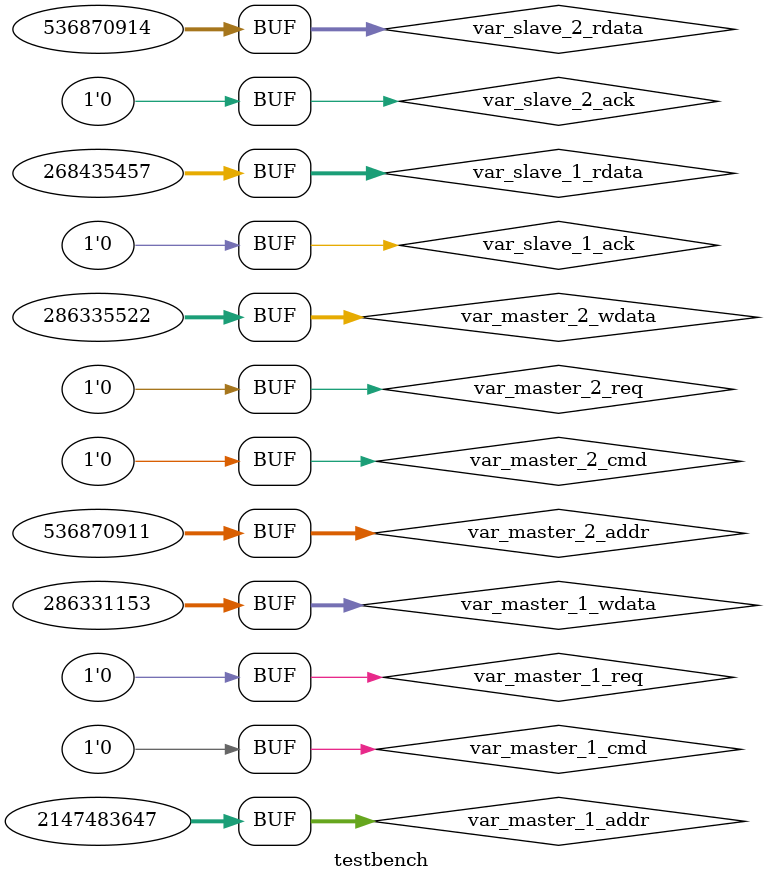
<source format=v>
module testbench;

  reg var_master_1_req;
  reg var_master_2_req;
  reg var_slave_1_ack;
  reg var_slave_2_ack;
  reg[31:0] var_master_1_addr;
  reg[31:0] var_master_2_addr;
  reg[31:0] var_master_1_wdata;
  reg[31:0] var_master_2_wdata;
  reg[31:0] var_slave_1_rdata;
  reg[31:0] var_slave_2_rdata;
  reg var_master_1_cmd;
  reg var_master_2_cmd;

wire out_slave_1_req; 
wire out_slave_2_req;
wire out_master_1_ack; 
wire out_master_2_ack;
wire out_slave_1_cmd; 
wire out_slave_2_cmd;
wire [31:0] out_master_1_rdata; 
wire [31:0] out_master_2_rdata;
wire [31:0] out_slave_1_wdata; 
wire [31:0] out_slave_2_wdata;
wire [31:0] out_slave_1_addr; 
wire [31:0] out_slave_2_addr;

//instance of module being studied
crossbar_2m2s crossbar(
  .master_1_req(var_master_1_req),
  .master_2_req(var_master_2_req),
  .slave_1_ack(var_slave_1_ack),
  .slave_2_ack(var_slave_2_ack),
  .master_1_addr(var_master_1_addr),
  .master_2_addr(var_master_2_addr),
  .master_1_wdata(var_master_1_wdata),
  .master_2_wdata(var_master_2_wdata),
  .slave_1_rdata(var_slave_1_rdata),
  .slave_2_rdata(var_slave_2_rdata),
  .master_1_cmd(var_master_1_cmd),
  .master_2_cmd(var_master_2_cmd),
  .slave_1_req(out_slave_1_req),
  .slave_2_req(out_slave_2_req),
  .master_1_ack(out_master_1_ack),
  .master_2_ack(out_master_2_ack),
  .slave_1_addr(out_slave_1_addr),
  .slave_2_addr(out_slave_2_addr),
  .slave_1_wdata(out_slave_1_wdata),
  .slave_2_wdata(out_slave_2_wdata),
  .master_1_rdata(out_master_1_rdata),
  .master_2_rdata(out_master_2_rdata),
  .slave_1_cmd(out_slave_1_cmd),
  .slave_2_cmd(out_slave_2_cmd)
);

initial
begin

var_master_1_req = 'b0;
var_master_1_cmd = 'b0;
var_slave_1_ack = 'b0;
var_master_2_req = 'b0;
var_master_2_cmd = 'b0;
var_slave_2_ack = 'b0;
 var_master_1_wdata = 'h1111;
 var_master_2_wdata = 'h2222;
 var_slave_1_rdata = 'h11;
 var_slave_2_rdata = 'h22;
 var_master_1_addr = 'hf0000000;
 var_master_2_addr = 'hf0000000;








//________WRITING TEST_________
//Write to S1 from M1
var_master_1_req = 'b1;
var_master_1_cmd = 'b1;
var_master_1_addr = 32'h7fffffff;
var_master_1_wdata = 32'h11111111;
#5;
var_slave_1_ack = 'b1;
#5;
var_master_1_req = 'b0;
var_slave_1_ack = 'b0;
#15;

//Write to S2 from M1
var_master_1_req = 'b1;
var_master_1_cmd = 'b1;
var_master_1_addr = 32'hffffffff;
var_master_1_wdata = 32'h22221111;
#5;
var_slave_2_ack = 'b1;
#5;
var_master_1_req = 'b0;
var_slave_2_ack = 'b0;
#15;

//Write to S1 from M2
var_master_2_req = 'b1;
var_master_2_cmd = 'b1;
var_master_2_addr = 32'h7fffffff;
var_master_2_wdata = 32'h11112222;
#5;
var_slave_1_ack = 'b1;
#5;
var_master_2_req = 'b0;
var_slave_1_ack = 'b0;
#15;

//Write to S2 from M2
var_master_2_req = 'b1;
var_master_2_cmd = 'b1;
var_master_2_addr = 32'hffffffff;
var_master_2_wdata = 32'h22222222;
#5;
var_slave_2_ack = 'b1;
#5;
var_master_2_req = 'b0;
var_slave_2_ack = 'b0;
#15;

//________READING TEST_________
//Read from S1 to M1
var_master_1_req = 'b1;
var_master_1_cmd = 'b0;
var_master_1_addr = 'h7fffffff;
var_slave_1_rdata = 'h10000001;
#5;
var_slave_1_ack = 'b1;
#5;
var_master_1_req = 'b0;
var_slave_1_ack = 'b0;
#15;

//Read from S2 to M1
var_master_1_req = 'b1;
var_master_1_cmd = 'b0;
var_master_1_addr = 'hffffffff;
var_slave_2_rdata = 'h20000001;
#5;
var_slave_1_ack = 'b1;
#5;
var_master_1_req = 'b0;
var_slave_1_ack = 'b0;
#15;

//Read from S1 to M2
var_master_2_req = 'b1;
var_master_2_cmd = 'b0;
var_master_2_addr = 'h7fffffff;
var_slave_1_rdata = 'h10000002;
#5;
var_slave_1_ack = 'b1;
#5;
var_master_2_req = 'b0;
var_slave_1_ack = 'b0;
#15;

//Read from S2 to M2
var_master_2_req = 'b1;
var_master_2_cmd = 'b0;
var_master_2_addr = 'hffffffff;
var_slave_2_rdata = 'h20000002;
#5;
var_slave_2_ack = 'b1;
#5;
var_master_2_req = 'b0;
var_slave_2_ack = 'b0;
#15;

//________2 Request situations_________
//Write to different slaves 200ns
var_master_1_req = 'b1;
var_master_1_cmd = 'b1;
var_master_1_addr = 'h7fffffff;
var_master_1_wdata = 'h11111111;

var_master_2_req = 'b1;
var_master_2_cmd = 'b1;
var_master_2_addr = 32'hffffffff;
var_master_2_wdata = 32'h22221111;
#5;
var_slave_1_ack = 'b1;
var_slave_2_ack = 'b1;
#5;
var_master_1_req = 'b0;
var_master_2_req = 'b0;
var_slave_1_ack = 'b0;
var_slave_2_ack = 'b0;
#15;

//Read from different slaves 225ns
var_master_1_req = 'b1;
var_master_1_cmd = 'b0;
var_master_1_addr = 'h7fffffff;
var_slave_1_rdata = 'h10000001;

var_master_2_req = 'b1;
var_master_2_cmd = 'b0;
var_master_2_addr = 'hffffffff;
var_slave_2_rdata = 'h20000002;
#5;
var_slave_1_ack = 'b1;
var_slave_2_ack = 'b1;
#5;
var_master_1_req = 'b0;
var_slave_1_ack = 'b0;
var_master_2_req = 'b0;
var_slave_2_ack = 'b0;
#15;

//Write to the same slave (1st) 2 times  250ns
var_master_1_req = 'b1;			//1st
var_master_1_cmd = 'b1;
var_master_1_addr = 'h7fffffff;
var_master_1_wdata = 'h11111111;

var_master_2_req = 'b1;
var_master_2_cmd = 'b1;
var_master_2_addr = 32'h1fffffff;
var_master_2_wdata = 32'h11112222;
#5;
var_slave_1_ack = 'b1;
#5;
var_master_1_req = 'b0;
var_master_2_req = 'b0;
var_slave_1_ack = 'b0;
#15;

var_master_1_req = 'b1;			//2nd
var_master_1_cmd = 'b1;
var_master_1_addr = 'h7fffffff;
var_master_1_wdata = 'h11111111;

var_master_2_req = 'b1;
var_master_2_cmd = 'b1;
var_master_2_addr = 32'h1fffffff;
var_master_2_wdata = 32'h11112222;
#5;
var_slave_1_ack = 'b1;
#5;
var_master_1_req = 'b0;
var_master_2_req = 'b0;
var_slave_1_ack = 'b0;
#15;

//Read from the same slave  300 ns
var_master_1_req = 'b1;
var_master_1_cmd = 'b0;
var_master_1_addr = 'h7fffffff;
var_slave_1_rdata = 'h10000001;

var_master_2_req = 'b1;
var_master_2_cmd = 'b0;
var_master_2_addr = 'h1fffffff;
var_slave_2_rdata = 'h20000002;
#5;
var_slave_1_ack = 'b1;
#5;
var_master_1_req = 'b0;
var_slave_1_ack = 'b0;
var_master_2_req = 'b0;
#15;

end


endmodule
</source>
